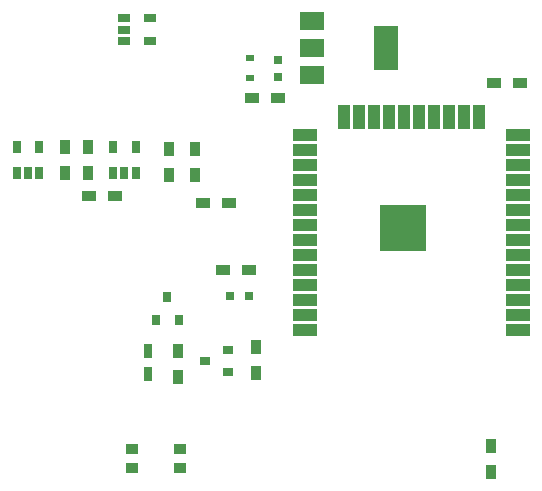
<source format=gbr>
G04 #@! TF.FileFunction,Paste,Bot*
%FSLAX46Y46*%
G04 Gerber Fmt 4.6, Leading zero omitted, Abs format (unit mm)*
G04 Created by KiCad (PCBNEW 4.0.6+dfsg1-1) date Mon Aug 14 15:02:38 2017*
%MOMM*%
%LPD*%
G01*
G04 APERTURE LIST*
%ADD10C,0.100000*%
%ADD11R,0.800000X0.900000*%
%ADD12R,0.750000X1.200000*%
%ADD13R,0.800000X0.800000*%
%ADD14R,1.000000X0.900000*%
%ADD15R,0.900000X0.800000*%
%ADD16R,1.200000X0.900000*%
%ADD17R,0.900000X1.200000*%
%ADD18R,2.000000X1.000000*%
%ADD19R,1.000000X2.000000*%
%ADD20R,4.000000X4.000000*%
%ADD21R,1.060000X0.650000*%
%ADD22R,0.800000X0.600000*%
%ADD23R,2.000000X3.800000*%
%ADD24R,2.000000X1.500000*%
%ADD25R,0.650000X1.060000*%
%ADD26R,0.750000X0.800000*%
G04 APERTURE END LIST*
D10*
D11*
X116280000Y-110430000D03*
X114380000Y-110430000D03*
X115330000Y-108430000D03*
D12*
X113718000Y-114959000D03*
X113718000Y-113059000D03*
D13*
X120650000Y-108360000D03*
X122250000Y-108360000D03*
D14*
X112318000Y-122959000D03*
X112318000Y-121359000D03*
X116418000Y-122959000D03*
X116418000Y-121359000D03*
D15*
X120480000Y-112930000D03*
X120480000Y-114830000D03*
X118480000Y-113880000D03*
D16*
X143019600Y-90373200D03*
X145219600Y-90373200D03*
X120058000Y-106172000D03*
X122258000Y-106172000D03*
D17*
X116260000Y-115200000D03*
X116260000Y-113000000D03*
X122830000Y-114880000D03*
X122830000Y-112680000D03*
D16*
X120575000Y-100500000D03*
X118375000Y-100500000D03*
D17*
X142725000Y-123300000D03*
X142725000Y-121100000D03*
D18*
X126973880Y-108756800D03*
X145007880Y-108728800D03*
D19*
X140435880Y-93262800D03*
X141705880Y-93262800D03*
X135355880Y-93262800D03*
X136625880Y-93262800D03*
X139165880Y-93262800D03*
X137895880Y-93262800D03*
X132815880Y-93262800D03*
X134085880Y-93262800D03*
X131545880Y-93262800D03*
X130275880Y-93262800D03*
D18*
X144991880Y-111276800D03*
X145007880Y-109998800D03*
X145007880Y-106188800D03*
X144991880Y-107466800D03*
X144991880Y-102386800D03*
X145007880Y-101108800D03*
X145007880Y-103648800D03*
X144991880Y-104926800D03*
X144991880Y-94766800D03*
X144991880Y-97306800D03*
X145007880Y-96028800D03*
X145007880Y-98568800D03*
X144991880Y-99846800D03*
X126957880Y-99846800D03*
X126973880Y-98568800D03*
X126973880Y-96028800D03*
X126957880Y-97306800D03*
X126957880Y-94766800D03*
X126957880Y-104926800D03*
X126973880Y-103648800D03*
X126973880Y-101108800D03*
X126957880Y-102386800D03*
X126957880Y-107466800D03*
X126973880Y-106188800D03*
X126973880Y-110026800D03*
X126973880Y-111296800D03*
D20*
X135300000Y-102610000D03*
D21*
X111658400Y-86766400D03*
X111658400Y-85816400D03*
X111658400Y-84866400D03*
X113858400Y-84866400D03*
X113858400Y-86766400D03*
D22*
X122361960Y-89953200D03*
X122361960Y-88253200D03*
D16*
X122496400Y-91592400D03*
X124696400Y-91592400D03*
D23*
X133858000Y-87376000D03*
D24*
X127558000Y-87376000D03*
X127558000Y-85076000D03*
X127558000Y-89676000D03*
D25*
X104480400Y-97985760D03*
X103530400Y-97985760D03*
X102580400Y-97985760D03*
X102580400Y-95785760D03*
X104480400Y-95785760D03*
D26*
X124673360Y-88378600D03*
X124673360Y-89878600D03*
D25*
X112649040Y-97985760D03*
X111699040Y-97985760D03*
X110749040Y-97985760D03*
X110749040Y-95785760D03*
X112649040Y-95785760D03*
D17*
X106644440Y-95778320D03*
X106644440Y-97978320D03*
X115463320Y-95907680D03*
X115463320Y-98107680D03*
D16*
X108701480Y-99903280D03*
X110901480Y-99903280D03*
D17*
X117647720Y-98158480D03*
X117647720Y-95958480D03*
X108595160Y-97937320D03*
X108595160Y-95737320D03*
M02*

</source>
